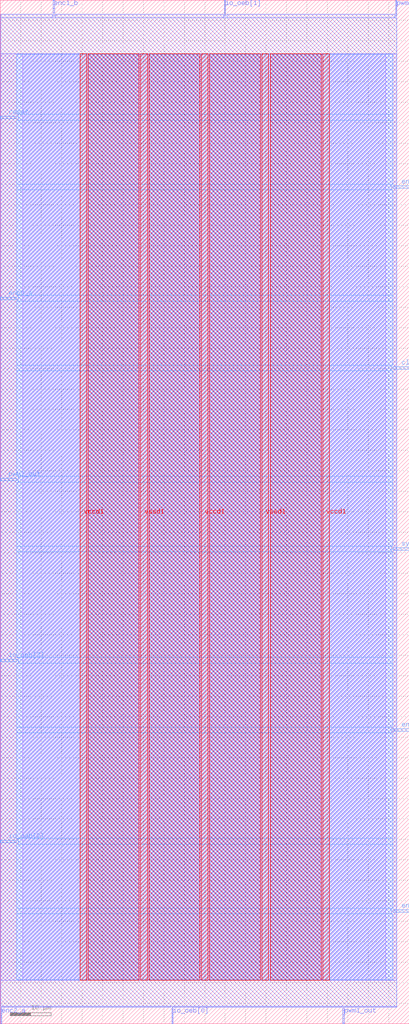
<source format=lef>
VERSION 5.7 ;
  NOWIREEXTENSIONATPIN ON ;
  DIVIDERCHAR "/" ;
  BUSBITCHARS "[]" ;
MACRO rgb_mixer
  CLASS BLOCK ;
  FOREIGN rgb_mixer ;
  ORIGIN 0.000 0.000 ;
  SIZE 100.000 BY 250.000 ;
  PIN clk
    DIRECTION INPUT ;
    USE SIGNAL ;
    PORT
      LAYER met3 ;
        RECT 96.000 159.840 100.000 160.440 ;
    END
  END clk
  PIN enc0_a
    DIRECTION INPUT ;
    USE SIGNAL ;
    PORT
      LAYER met3 ;
        RECT 0.000 176.840 4.000 177.440 ;
    END
  END enc0_a
  PIN enc0_b
    DIRECTION INPUT ;
    USE SIGNAL ;
    PORT
      LAYER met3 ;
        RECT 96.000 204.040 100.000 204.640 ;
    END
  END enc0_b
  PIN enc1_a
    DIRECTION INPUT ;
    USE SIGNAL ;
    PORT
      LAYER met3 ;
        RECT 96.000 71.440 100.000 72.040 ;
    END
  END enc1_a
  PIN enc1_b
    DIRECTION INPUT ;
    USE SIGNAL ;
    PORT
      LAYER met2 ;
        RECT 12.970 246.000 13.250 250.000 ;
    END
  END enc1_b
  PIN enc2_a
    DIRECTION INPUT ;
    USE SIGNAL ;
    PORT
      LAYER met2 ;
        RECT 0.090 0.000 0.370 4.000 ;
    END
  END enc2_a
  PIN enc2_b
    DIRECTION INPUT ;
    USE SIGNAL ;
    PORT
      LAYER met3 ;
        RECT 96.000 27.240 100.000 27.840 ;
    END
  END enc2_b
  PIN io_oeb[0]
    DIRECTION OUTPUT TRISTATE ;
    USE SIGNAL ;
    PORT
      LAYER met2 ;
        RECT 41.950 0.000 42.230 4.000 ;
    END
  END io_oeb[0]
  PIN io_oeb[1]
    DIRECTION OUTPUT TRISTATE ;
    USE SIGNAL ;
    PORT
      LAYER met2 ;
        RECT 54.830 246.000 55.110 250.000 ;
    END
  END io_oeb[1]
  PIN io_oeb[2]
    DIRECTION OUTPUT TRISTATE ;
    USE SIGNAL ;
    PORT
      LAYER met3 ;
        RECT 0.000 44.240 4.000 44.840 ;
    END
  END io_oeb[2]
  PIN io_oeb[3]
    DIRECTION OUTPUT TRISTATE ;
    USE SIGNAL ;
    PORT
      LAYER met3 ;
        RECT 0.000 88.440 4.000 89.040 ;
    END
  END io_oeb[3]
  PIN pwm0_out
    DIRECTION OUTPUT TRISTATE ;
    USE SIGNAL ;
    PORT
      LAYER met2 ;
        RECT 96.690 246.000 96.970 250.000 ;
    END
  END pwm0_out
  PIN pwm1_out
    DIRECTION OUTPUT TRISTATE ;
    USE SIGNAL ;
    PORT
      LAYER met2 ;
        RECT 83.810 0.000 84.090 4.000 ;
    END
  END pwm1_out
  PIN pwm2_out
    DIRECTION OUTPUT TRISTATE ;
    USE SIGNAL ;
    PORT
      LAYER met3 ;
        RECT 0.000 132.640 4.000 133.240 ;
    END
  END pwm2_out
  PIN reset
    DIRECTION INPUT ;
    USE SIGNAL ;
    PORT
      LAYER met3 ;
        RECT 0.000 221.040 4.000 221.640 ;
    END
  END reset
  PIN sync
    DIRECTION OUTPUT TRISTATE ;
    USE SIGNAL ;
    PORT
      LAYER met3 ;
        RECT 96.000 115.640 100.000 116.240 ;
    END
  END sync
  PIN vccd1
    DIRECTION INPUT ;
    USE POWER ;
    PORT
      LAYER met4 ;
        RECT 19.550 10.640 21.150 236.880 ;
    END
    PORT
      LAYER met4 ;
        RECT 49.200 10.640 50.800 236.880 ;
    END
    PORT
      LAYER met4 ;
        RECT 78.855 10.640 80.455 236.880 ;
    END
  END vccd1
  PIN vssd1
    DIRECTION INPUT ;
    USE GROUND ;
    PORT
      LAYER met4 ;
        RECT 34.370 10.640 35.970 236.880 ;
    END
    PORT
      LAYER met4 ;
        RECT 64.025 10.640 65.625 236.880 ;
    END
  END vssd1
  OBS
      LAYER li1 ;
        RECT 5.520 10.795 94.300 236.725 ;
      LAYER met1 ;
        RECT 0.070 10.640 96.990 236.880 ;
      LAYER met2 ;
        RECT 0.100 245.720 12.690 246.570 ;
        RECT 13.530 245.720 54.550 246.570 ;
        RECT 55.390 245.720 96.410 246.570 ;
        RECT 0.100 4.280 96.960 245.720 ;
        RECT 0.650 4.000 41.670 4.280 ;
        RECT 42.510 4.000 83.530 4.280 ;
        RECT 84.370 4.000 96.960 4.280 ;
      LAYER met3 ;
        RECT 4.000 222.040 96.000 236.805 ;
        RECT 4.400 220.640 96.000 222.040 ;
        RECT 4.000 205.040 96.000 220.640 ;
        RECT 4.000 203.640 95.600 205.040 ;
        RECT 4.000 177.840 96.000 203.640 ;
        RECT 4.400 176.440 96.000 177.840 ;
        RECT 4.000 160.840 96.000 176.440 ;
        RECT 4.000 159.440 95.600 160.840 ;
        RECT 4.000 133.640 96.000 159.440 ;
        RECT 4.400 132.240 96.000 133.640 ;
        RECT 4.000 116.640 96.000 132.240 ;
        RECT 4.000 115.240 95.600 116.640 ;
        RECT 4.000 89.440 96.000 115.240 ;
        RECT 4.400 88.040 96.000 89.440 ;
        RECT 4.000 72.440 96.000 88.040 ;
        RECT 4.000 71.040 95.600 72.440 ;
        RECT 4.000 45.240 96.000 71.040 ;
        RECT 4.400 43.840 96.000 45.240 ;
        RECT 4.000 28.240 96.000 43.840 ;
        RECT 4.000 26.840 95.600 28.240 ;
        RECT 4.000 10.715 96.000 26.840 ;
      LAYER met4 ;
        RECT 21.550 10.640 33.970 236.880 ;
        RECT 36.370 10.640 48.800 236.880 ;
        RECT 51.200 10.640 63.625 236.880 ;
        RECT 66.025 10.640 78.455 236.880 ;
  END
END rgb_mixer
END LIBRARY


</source>
